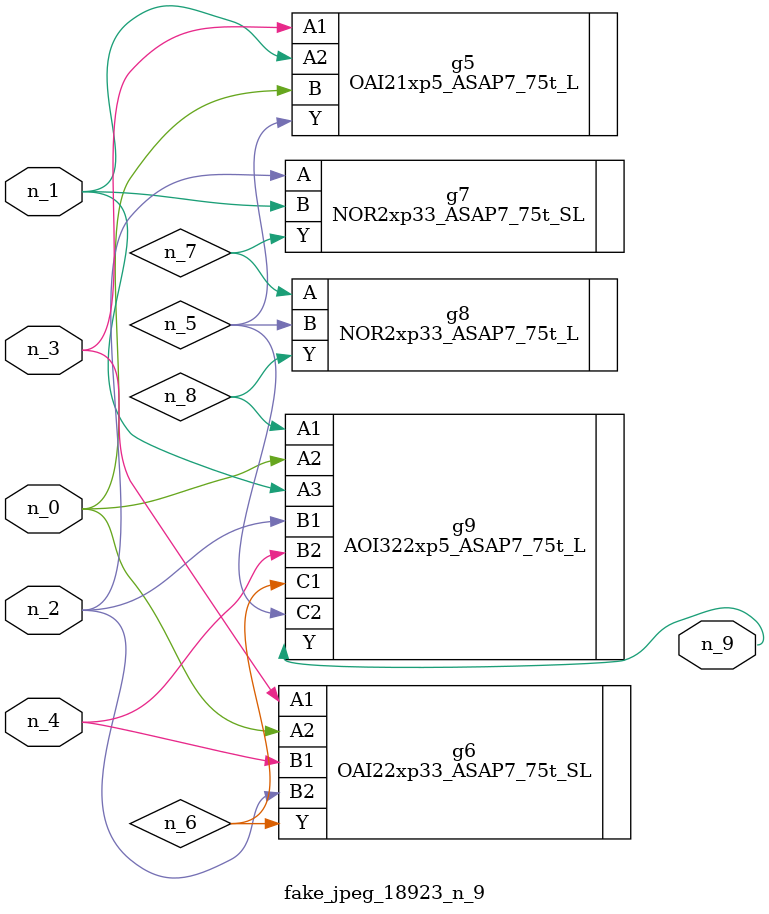
<source format=v>
module fake_jpeg_18923_n_9 (n_3, n_2, n_1, n_0, n_4, n_9);

input n_3;
input n_2;
input n_1;
input n_0;
input n_4;

output n_9;

wire n_8;
wire n_6;
wire n_5;
wire n_7;

OAI21xp5_ASAP7_75t_L g5 ( 
.A1(n_3),
.A2(n_1),
.B(n_0),
.Y(n_5)
);

OAI22xp33_ASAP7_75t_SL g6 ( 
.A1(n_3),
.A2(n_0),
.B1(n_4),
.B2(n_2),
.Y(n_6)
);

NOR2xp33_ASAP7_75t_SL g7 ( 
.A(n_2),
.B(n_1),
.Y(n_7)
);

NOR2xp33_ASAP7_75t_L g8 ( 
.A(n_7),
.B(n_5),
.Y(n_8)
);

AOI322xp5_ASAP7_75t_L g9 ( 
.A1(n_8),
.A2(n_0),
.A3(n_1),
.B1(n_2),
.B2(n_4),
.C1(n_6),
.C2(n_5),
.Y(n_9)
);


endmodule
</source>
